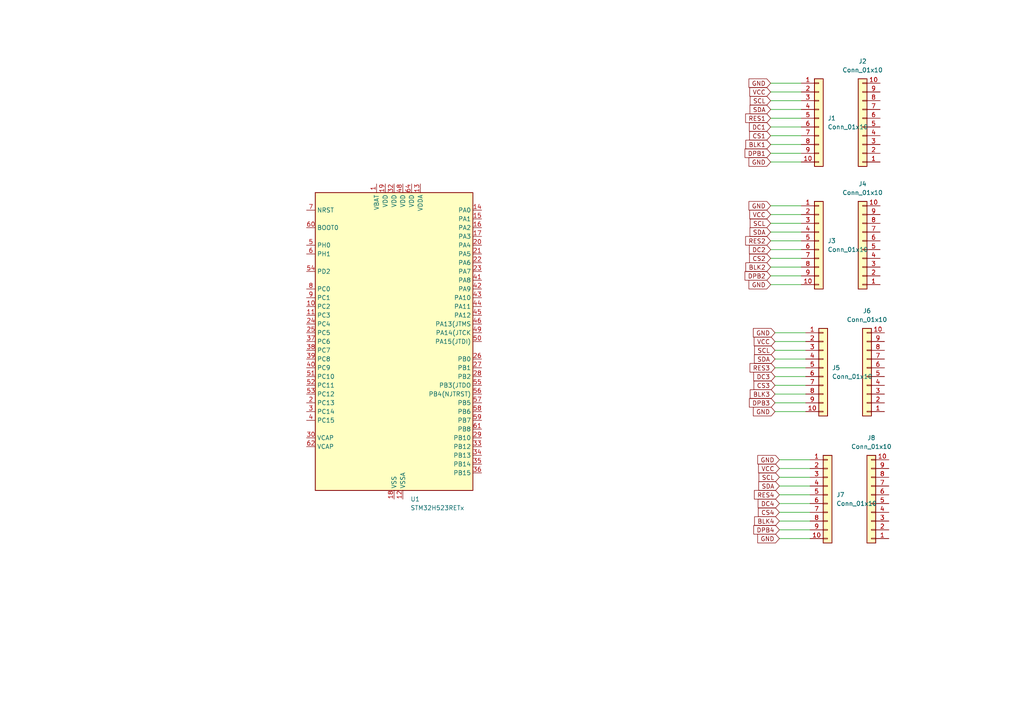
<source format=kicad_sch>
(kicad_sch (version 20231120) (generator "eeschema") (generator_version "8.0")
  (paper "A4")
  (lib_symbols
    (symbol "Connector_Generic:Conn_01x10" (pin_names (offset 1.016) hide)
      (property "Reference" "J" (at 0 12.7 0))
      (property "Value" "Conn_01x10" (at 0 -15.24 0))
      (symbol "Conn_01x10_1_1"
        (rectangle (start -1.27 -12.573) (end 0 -12.827) (stroke (width 0.1524)))
        (rectangle (start -1.27 -10.033) (end 0 -10.287) (stroke (width 0.1524)))
        (rectangle (start -1.27 -7.493) (end 0 -7.747) (stroke (width 0.1524)))
        (rectangle (start -1.27 -4.953) (end 0 -5.207) (stroke (width 0.1524)))
        (rectangle (start -1.27 -2.413) (end 0 -2.667) (stroke (width 0.1524)))
        (rectangle (start -1.27 0.127) (end 0 -0.127) (stroke (width 0.1524)))
        (rectangle (start -1.27 2.667) (end 0 2.413) (stroke (width 0.1524)))
        (rectangle (start -1.27 5.207) (end 0 4.953) (stroke (width 0.1524)))
        (rectangle (start -1.27 7.747) (end 0 7.493) (stroke (width 0.1524)))
        (rectangle (start -1.27 10.287) (end 0 10.033) (stroke (width 0.1524)))
        (rectangle (start -1.27 11.43) (end 1.27 -13.97) (stroke (width 0.254)) (fill (type background)))
        (pin passive line (at -5.08 10.16 0) (length 3.81) (name "Pin_1") (number "1"))
        (pin passive line (at -5.08 -12.7 0) (length 3.81) (name "Pin_10") (number "10"))
        (pin passive line (at -5.08 7.62 0) (length 3.81) (name "Pin_2") (number "2"))
        (pin passive line (at -5.08 5.08 0) (length 3.81) (name "Pin_3") (number "3"))
        (pin passive line (at -5.08 2.54 0) (length 3.81) (name "Pin_4") (number "4"))
        (pin passive line (at -5.08 0 0) (length 3.81) (name "Pin_5") (number "5"))
        (pin passive line (at -5.08 -2.54 0) (length 3.81) (name "Pin_6") (number "6"))
        (pin passive line (at -5.08 -5.08 0) (length 3.81) (name "Pin_7") (number "7"))
        (pin passive line (at -5.08 -7.62 0) (length 3.81) (name "Pin_8") (number "8"))
        (pin passive line (at -5.08 -10.16 0) (length 3.81) (name "Pin_9") (number "9"))
      )
    )
    (symbol "MCU_ST_STM32H5:STM32H523RETx"
      (property "Reference" "U" (at -22.86 44.45 0))
      (property "Value" "STM32H523RETx" (at 10.16 44.45 0))
      (symbol "STM32H523RETx_0_1"
        (rectangle (start -22.86 -43.18) (end 22.86 43.18) (stroke (width 0.254)) (fill (type background)))
      )
      (symbol "STM32H523RETx_1_1"
        (pin power_in line (at -5.08 45.72 270) (length 2.54) (name "VBAT") (number "1"))
        (pin bidirectional line (at -25.4 10.16 0) (length 2.54) (name "PC2") (number "10"))
        (pin bidirectional line (at -25.4 7.62 0) (length 2.54) (name "PC3") (number "11"))
        (pin power_in line (at 2.54 -45.72 90) (length 2.54) (name "VSSA") (number "12"))
        (pin power_in line (at 7.62 45.72 270) (length 2.54) (name "VDDA") (number "13"))
        (pin bidirectional line (at 25.4 38.1 180) (length 2.54) (name "PA0") (number "14"))
        (pin bidirectional line (at 25.4 35.56 180) (length 2.54) (name "PA1") (number "15"))
        (pin bidirectional line (at 25.4 33.02 180) (length 2.54) (name "PA2") (number "16"))
        (pin bidirectional line (at 25.4 30.48 180) (length 2.54) (name "PA3") (number "17"))
        (pin power_in line (at 0 -45.72 90) (length 2.54) (name "VSS") (number "18"))
        (pin power_in line (at -2.54 45.72 270) (length 2.54) (name "VDD") (number "19"))
        (pin bidirectional line (at -25.4 -17.78 0) (length 2.54) (name "PC13") (number "2"))
        (pin bidirectional line (at 25.4 27.94 180) (length 2.54) (name "PA4") (number "20"))
        (pin bidirectional line (at 25.4 25.4 180) (length 2.54) (name "PA5") (number "21"))
        (pin bidirectional line (at 25.4 22.86 180) (length 2.54) (name "PA6") (number "22"))
        (pin bidirectional line (at 25.4 20.32 180) (length 2.54) (name "PA7") (number "23"))
        (pin bidirectional line (at -25.4 5.08 0) (length 2.54) (name "PC4") (number "24"))
        (pin bidirectional line (at -25.4 2.54 0) (length 2.54) (name "PC5") (number "25"))
        (pin bidirectional line (at 25.4 -5.08 180) (length 2.54) (name "PB0") (number "26"))
        (pin bidirectional line (at 25.4 -7.62 180) (length 2.54) (name "PB1") (number "27"))
        (pin bidirectional line (at 25.4 -10.16 180) (length 2.54) (name "PB2") (number "28"))
        (pin bidirectional line (at 25.4 -27.94 180) (length 2.54) (name "PB10") (number "29"))
        (pin bidirectional line (at -25.4 -20.32 0) (length 2.54) (name "PC14") (number "3"))
        (pin power_out line (at -25.4 -27.94 0) (length 2.54) (name "VCAP") (number "30"))
        (pin passive line (at 0 -45.72 90) (length 2.54) hide (name "VSS") (number "31"))
        (pin power_in line (at 0 45.72 270) (length 2.54) (name "VDD") (number "32"))
        (pin bidirectional line (at 25.4 -30.48 180) (length 2.54) (name "PB12") (number "33"))
        (pin bidirectional line (at 25.4 -33.02 180) (length 2.54) (name "PB13") (number "34"))
        (pin bidirectional line (at 25.4 -35.56 180) (length 2.54) (name "PB14") (number "35"))
        (pin bidirectional line (at 25.4 -38.1 180) (length 2.54) (name "PB15") (number "36"))
        (pin bidirectional line (at -25.4 0 0) (length 2.54) (name "PC6") (number "37"))
        (pin bidirectional line (at -25.4 -2.54 0) (length 2.54) (name "PC7") (number "38"))
        (pin bidirectional line (at -25.4 -5.08 0) (length 2.54) (name "PC8") (number "39"))
        (pin bidirectional line (at -25.4 -22.86 0) (length 2.54) (name "PC15") (number "4"))
        (pin bidirectional line (at -25.4 -7.62 0) (length 2.54) (name "PC9") (number "40"))
        (pin bidirectional line (at 25.4 17.78 180) (length 2.54) (name "PA8") (number "41"))
        (pin bidirectional line (at 25.4 15.24 180) (length 2.54) (name "PA9") (number "42"))
        (pin bidirectional line (at 25.4 12.7 180) (length 2.54) (name "PA10") (number "43"))
        (pin bidirectional line (at 25.4 10.16 180) (length 2.54) (name "PA11") (number "44"))
        (pin bidirectional line (at 25.4 7.62 180) (length 2.54) (name "PA12") (number "45"))
        (pin bidirectional line (at 25.4 5.08 180) (length 2.54) (name "PA13(JTMS") (number "46"))
        (pin passive line (at 0 -45.72 90) (length 2.54) hide (name "VSS") (number "47"))
        (pin power_in line (at 2.54 45.72 270) (length 2.54) (name "VDD") (number "48"))
        (pin bidirectional line (at 25.4 2.54 180) (length 2.54) (name "PA14(JTCK") (number "49"))
        (pin bidirectional line (at -25.4 27.94 0) (length 2.54) (name "PH0") (number "5"))
        (pin bidirectional line (at 25.4 0 180) (length 2.54) (name "PA15(JTDI)") (number "50"))
        (pin bidirectional line (at -25.4 -10.16 0) (length 2.54) (name "PC10") (number "51"))
        (pin bidirectional line (at -25.4 -12.7 0) (length 2.54) (name "PC11") (number "52"))
        (pin bidirectional line (at -25.4 -15.24 0) (length 2.54) (name "PC12") (number "53"))
        (pin bidirectional line (at -25.4 20.32 0) (length 2.54) (name "PD2") (number "54"))
        (pin bidirectional line (at 25.4 -12.7 180) (length 2.54) (name "PB3(JTDO") (number "55"))
        (pin bidirectional line (at 25.4 -15.24 180) (length 2.54) (name "PB4(NJTRST)") (number "56"))
        (pin bidirectional line (at 25.4 -17.78 180) (length 2.54) (name "PB5") (number "57"))
        (pin bidirectional line (at 25.4 -20.32 180) (length 2.54) (name "PB6") (number "58"))
        (pin bidirectional line (at 25.4 -22.86 180) (length 2.54) (name "PB7") (number "59"))
        (pin bidirectional line (at -25.4 25.4 0) (length 2.54) (name "PH1") (number "6"))
        (pin input line (at -25.4 33.02 0) (length 2.54) (name "BOOT0") (number "60"))
        (pin bidirectional line (at 25.4 -25.4 180) (length 2.54) (name "PB8") (number "61"))
        (pin power_out line (at -25.4 -30.48 0) (length 2.54) (name "VCAP") (number "62"))
        (pin passive line (at 0 -45.72 90) (length 2.54) hide (name "VSS") (number "63"))
        (pin power_in line (at 5.08 45.72 270) (length 2.54) (name "VDD") (number "64"))
        (pin input line (at -25.4 38.1 0) (length 2.54) (name "NRST") (number "7"))
        (pin bidirectional line (at -25.4 15.24 0) (length 2.54) (name "PC0") (number "8"))
        (pin bidirectional line (at -25.4 12.7 0) (length 2.54) (name "PC1") (number "9"))
      )
    )
  )
  (wire (pts (xy 224.79 96.52) (xy 233.68 96.52)))
  (wire (pts (xy 226.06 138.43) (xy 234.95 138.43)))
  (wire (pts (xy 224.79 104.14) (xy 233.68 104.14)))
  (wire (pts (xy 223.52 39.37) (xy 232.41 39.37)))
  (wire (pts (xy 226.06 135.89) (xy 234.95 135.89)))
  (wire (pts (xy 223.52 69.85) (xy 232.41 69.85)))
  (wire (pts (xy 223.52 36.83) (xy 232.41 36.83)))
  (wire (pts (xy 223.52 59.69) (xy 232.41 59.69)))
  (wire (pts (xy 223.52 31.75) (xy 232.41 31.75)))
  (wire (pts (xy 223.52 64.77) (xy 232.41 64.77)))
  (wire (pts (xy 223.52 26.67) (xy 232.41 26.67)))
  (wire (pts (xy 223.52 44.45) (xy 232.41 44.45)))
  (wire (pts (xy 223.52 62.23) (xy 232.41 62.23)))
  (wire (pts (xy 223.52 67.31) (xy 232.41 67.31)))
  (wire (pts (xy 223.52 72.39) (xy 232.41 72.39)))
  (wire (pts (xy 223.52 41.91) (xy 232.41 41.91)))
  (wire (pts (xy 223.52 82.55) (xy 232.41 82.55)))
  (wire (pts (xy 224.79 119.38) (xy 233.68 119.38)))
  (wire (pts (xy 224.79 109.22) (xy 233.68 109.22)))
  (wire (pts (xy 226.06 151.13) (xy 234.95 151.13)))
  (wire (pts (xy 223.52 74.93) (xy 232.41 74.93)))
  (wire (pts (xy 226.06 143.51) (xy 234.95 143.51)))
  (wire (pts (xy 224.79 116.84) (xy 233.68 116.84)))
  (wire (pts (xy 226.06 153.67) (xy 234.95 153.67)))
  (wire (pts (xy 223.52 34.29) (xy 232.41 34.29)))
  (wire (pts (xy 224.79 99.06) (xy 233.68 99.06)))
  (wire (pts (xy 223.52 24.13) (xy 232.41 24.13)))
  (wire (pts (xy 226.06 146.05) (xy 234.95 146.05)))
  (wire (pts (xy 224.79 101.6) (xy 233.68 101.6)))
  (wire (pts (xy 226.06 148.59) (xy 234.95 148.59)))
  (wire (pts (xy 223.52 80.01) (xy 232.41 80.01)))
  (wire (pts (xy 224.79 114.3) (xy 233.68 114.3)))
  (wire (pts (xy 223.52 77.47) (xy 232.41 77.47)))
  (wire (pts (xy 226.06 140.97) (xy 234.95 140.97)))
  (wire (pts (xy 226.06 156.21) (xy 234.95 156.21)))
  (wire (pts (xy 224.79 111.76) (xy 233.68 111.76)))
  (wire (pts (xy 223.52 46.99) (xy 232.41 46.99)))
  (wire (pts (xy 226.06 133.35) (xy 234.95 133.35)))
  (wire (pts (xy 224.79 106.68) (xy 233.68 106.68)))
  (wire (pts (xy 223.52 29.21) (xy 232.41 29.21)))
  (global_label "GND" (shape input) (at 223.52 82.55 180) (property "Intersheetrefs" "${INTERSHEET_REFS}" (effects (hide yes))))
  (global_label "CS1" (shape input) (at 223.52 39.37 180) (property "Intersheetrefs" "${INTERSHEET_REFS}" (effects (hide yes))))
  (global_label "VCC" (shape input) (at 224.79 99.06 180) (property "Intersheetrefs" "${INTERSHEET_REFS}" (effects (hide yes))))
  (global_label "DPB4" (shape input) (at 226.06 153.67 180) (property "Intersheetrefs" "${INTERSHEET_REFS}" (effects (hide yes))))
  (global_label "GND" (shape input) (at 226.06 133.35 180) (property "Intersheetrefs" "${INTERSHEET_REFS}" (effects (hide yes))))
  (global_label "GND" (shape input) (at 224.79 96.52 180) (property "Intersheetrefs" "${INTERSHEET_REFS}" (effects (hide yes))))
  (global_label "BLK3" (shape input) (at 224.79 114.3 180) (property "Intersheetrefs" "${INTERSHEET_REFS}" (effects (hide yes))))
  (global_label "SCL" (shape input) (at 223.52 29.21 180) (property "Intersheetrefs" "${INTERSHEET_REFS}" (effects (hide yes))))
  (global_label "RES2" (shape input) (at 223.52 69.85 180) (property "Intersheetrefs" "${INTERSHEET_REFS}" (effects (hide yes))))
  (global_label "RES4" (shape input) (at 226.06 143.51 180) (property "Intersheetrefs" "${INTERSHEET_REFS}" (effects (hide yes))))
  (global_label "CS2" (shape input) (at 223.52 74.93 180) (property "Intersheetrefs" "${INTERSHEET_REFS}" (effects (hide yes))))
  (global_label "GND" (shape input) (at 223.52 24.13 180) (property "Intersheetrefs" "${INTERSHEET_REFS}" (effects (hide yes))))
  (global_label "SCL" (shape input) (at 224.79 101.6 180) (property "Intersheetrefs" "${INTERSHEET_REFS}" (effects (hide yes))))
  (global_label "DPB2" (shape input) (at 223.52 80.01 180) (property "Intersheetrefs" "${INTERSHEET_REFS}" (effects (hide yes))))
  (global_label "GND" (shape input) (at 226.06 156.21 180) (property "Intersheetrefs" "${INTERSHEET_REFS}" (effects (hide yes))))
  (global_label "VCC" (shape input) (at 223.52 62.23 180) (property "Intersheetrefs" "${INTERSHEET_REFS}" (effects (hide yes))))
  (global_label "BLK4" (shape input) (at 226.06 151.13 180) (property "Intersheetrefs" "${INTERSHEET_REFS}" (effects (hide yes))))
  (global_label "SDA" (shape input) (at 223.52 67.31 180) (property "Intersheetrefs" "${INTERSHEET_REFS}" (effects (hide yes))))
  (global_label "CS3" (shape input) (at 224.79 111.76 180) (property "Intersheetrefs" "${INTERSHEET_REFS}" (effects (hide yes))))
  (global_label "SCL" (shape input) (at 226.06 138.43 180) (property "Intersheetrefs" "${INTERSHEET_REFS}" (effects (hide yes))))
  (global_label "CS4" (shape input) (at 226.06 148.59 180) (property "Intersheetrefs" "${INTERSHEET_REFS}" (effects (hide yes))))
  (global_label "DC1" (shape input) (at 223.52 36.83 180) (property "Intersheetrefs" "${INTERSHEET_REFS}" (effects (hide yes))))
  (global_label "DC4" (shape input) (at 226.06 146.05 180) (property "Intersheetrefs" "${INTERSHEET_REFS}" (effects (hide yes))))
  (global_label "BLK1" (shape input) (at 223.52 41.91 180) (property "Intersheetrefs" "${INTERSHEET_REFS}" (effects (hide yes))))
  (global_label "GND" (shape input) (at 224.79 119.38 180) (property "Intersheetrefs" "${INTERSHEET_REFS}" (effects (hide yes))))
  (global_label "RES3" (shape input) (at 224.79 106.68 180) (property "Intersheetrefs" "${INTERSHEET_REFS}" (effects (hide yes))))
  (global_label "BLK2" (shape input) (at 223.52 77.47 180) (property "Intersheetrefs" "${INTERSHEET_REFS}" (effects (hide yes))))
  (global_label "SCL" (shape input) (at 223.52 64.77 180) (property "Intersheetrefs" "${INTERSHEET_REFS}" (effects (hide yes))))
  (global_label "DC3" (shape input) (at 224.79 109.22 180) (property "Intersheetrefs" "${INTERSHEET_REFS}" (effects (hide yes))))
  (global_label "SDA" (shape input) (at 224.79 104.14 180) (property "Intersheetrefs" "${INTERSHEET_REFS}" (effects (hide yes))))
  (global_label "DPB1" (shape input) (at 223.52 44.45 180) (property "Intersheetrefs" "${INTERSHEET_REFS}" (effects (hide yes))))
  (global_label "RES1" (shape input) (at 223.52 34.29 180) (property "Intersheetrefs" "${INTERSHEET_REFS}" (effects (hide yes))))
  (global_label "VCC" (shape input) (at 223.52 26.67 180) (property "Intersheetrefs" "${INTERSHEET_REFS}" (effects (hide yes))))
  (global_label "SDA" (shape input) (at 223.52 31.75 180) (property "Intersheetrefs" "${INTERSHEET_REFS}" (effects (hide yes))))
  (global_label "DPB3" (shape input) (at 224.79 116.84 180) (property "Intersheetrefs" "${INTERSHEET_REFS}" (effects (hide yes))))
  (global_label "GND" (shape input) (at 223.52 46.99 180) (property "Intersheetrefs" "${INTERSHEET_REFS}" (effects (hide yes))))
  (global_label "DC2" (shape input) (at 223.52 72.39 180) (property "Intersheetrefs" "${INTERSHEET_REFS}" (effects (hide yes))))
  (global_label "VCC" (shape input) (at 226.06 135.89 180) (property "Intersheetrefs" "${INTERSHEET_REFS}" (effects (hide yes))))
  (global_label "SDA" (shape input) (at 226.06 140.97 180) (property "Intersheetrefs" "${INTERSHEET_REFS}" (effects (hide yes))))
  (global_label "GND" (shape input) (at 223.52 59.69 180) (property "Intersheetrefs" "${INTERSHEET_REFS}" (effects (hide yes))))
  (symbol (lib_id "Connector_Generic:Conn_01x10") (at 238.76 106.68 0) (unit 1)
    (property "Reference" "J5" (at 241.3 106.6799 0) (effects (justify left)))
    (property "Value" "Conn_01x10" (at 241.3 109.2199 0) (effects (justify left)))
    (property "Description" "Generic connector, single row, 01x10, script generated (kicad-library-utils/schlib/autogen/connector/)" (effects (hide yes)))
  )
  (symbol (lib_id "Connector_Generic:Conn_01x10") (at 250.19 36.83 180) (unit 1)
    (property "Reference" "J2" (at 250.19 17.78 0))
    (property "Value" "Conn_01x10" (at 250.19 20.32 0))
    (property "Description" "Generic connector, single row, 01x10, script generated (kicad-library-utils/schlib/autogen/connector/)" (effects (hide yes)))
  )
  (symbol (lib_id "Connector_Generic:Conn_01x10") (at 250.19 72.39 180) (unit 1)
    (property "Reference" "J4" (at 250.19 53.34 0))
    (property "Value" "Conn_01x10" (at 250.19 55.88 0))
    (property "Description" "Generic connector, single row, 01x10, script generated (kicad-library-utils/schlib/autogen/connector/)" (effects (hide yes)))
  )
  (symbol (lib_id "Connector_Generic:Conn_01x10") (at 252.73 146.05 180) (unit 1)
    (property "Reference" "J8" (at 252.73 127 0))
    (property "Value" "Conn_01x10" (at 252.73 129.54 0))
    (property "Description" "Generic connector, single row, 01x10, script generated (kicad-library-utils/schlib/autogen/connector/)" (effects (hide yes)))
  )
  (symbol (lib_id "Connector_Generic:Conn_01x10") (at 237.49 34.29 0) (unit 1)
    (property "Reference" "J1" (at 240.03 34.2899 0) (effects (justify left)))
    (property "Value" "Conn_01x10" (at 240.03 36.8299 0) (effects (justify left)))
    (property "Description" "Generic connector, single row, 01x10, script generated (kicad-library-utils/schlib/autogen/connector/)" (effects (hide yes)))
  )
  (symbol (lib_id "Connector_Generic:Conn_01x10") (at 237.49 69.85 0) (unit 1)
    (property "Reference" "J3" (at 240.03 69.8499 0) (effects (justify left)))
    (property "Value" "Conn_01x10" (at 240.03 72.3899 0) (effects (justify left)))
    (property "Description" "Generic connector, single row, 01x10, script generated (kicad-library-utils/schlib/autogen/connector/)" (effects (hide yes)))
  )
  (symbol (lib_id "Connector_Generic:Conn_01x10") (at 251.46 109.22 180) (unit 1)
    (property "Reference" "J6" (at 251.46 90.17 0))
    (property "Value" "Conn_01x10" (at 251.46 92.71 0))
    (property "Description" "Generic connector, single row, 01x10, script generated (kicad-library-utils/schlib/autogen/connector/)" (effects (hide yes)))
  )
  (symbol (lib_id "Connector_Generic:Conn_01x10") (at 240.03 143.51 0) (unit 1)
    (property "Reference" "J7" (at 242.57 143.5099 0) (effects (justify left)))
    (property "Value" "Conn_01x10" (at 242.57 146.0499 0) (effects (justify left)))
    (property "Description" "Generic connector, single row, 01x10, script generated (kicad-library-utils/schlib/autogen/connector/)" (effects (hide yes)))
  )
  (symbol (lib_id "MCU_ST_STM32H5:STM32H523RETx") (at 114.3 99.06 0) (unit 1)
    (property "Reference" "U1" (at 119.0341 144.78 0) (effects (justify left)))
    (property "Value" "STM32H523RETx" (at 119.0341 147.32 0) (effects (justify left)))
    (property "Footprint" "Package_QFP:LQFP-64_10x10mm_P0.5mm" (effects (hide yes)))
    (property "Datasheet" "https://www.st.com/resource/en/datasheet/stm32h523re.pdf" (effects (hide yes)))
    (property "Description" "STMicroelectronics Arm Cortex-M33 MCU, 512KB flash, 272KB RAM, 49 GPIO, LQFP64" (effects (hide yes)))
  )
)
</source>
